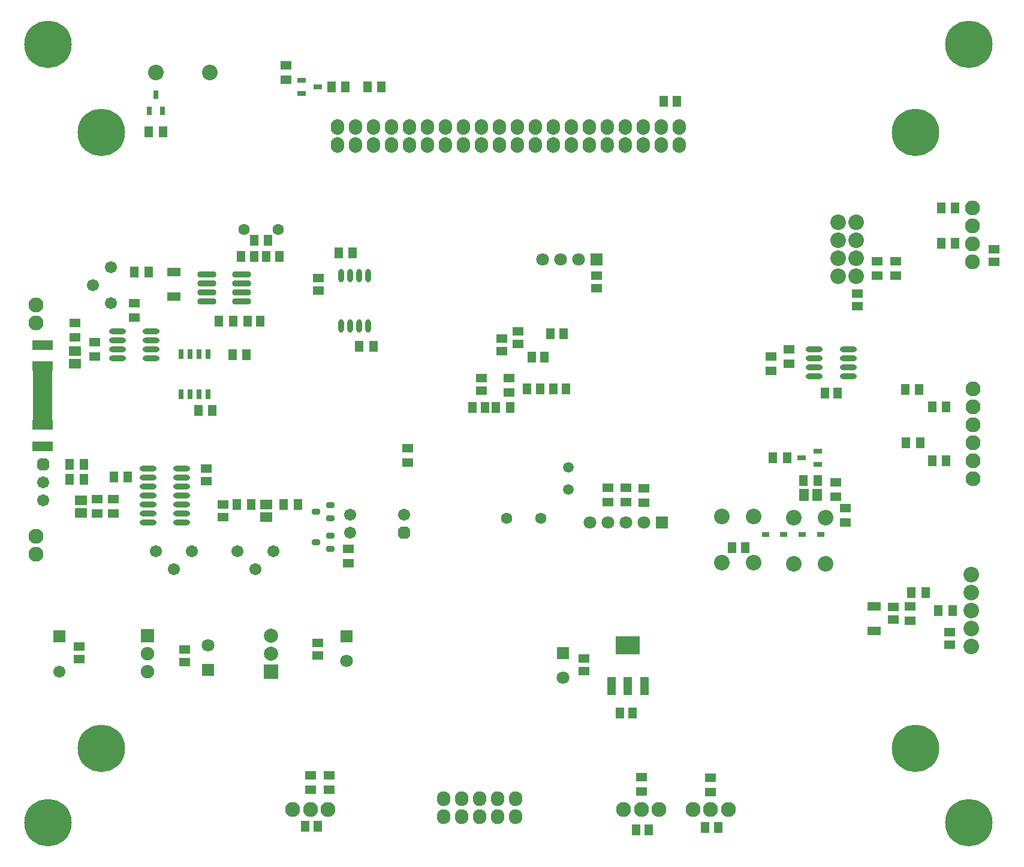
<source format=gts>
%FSLAX24Y24*%
%MOIN*%
G70*
G01*
G75*
G04 Layer_Color=8388736*
%ADD10R,0.0374X0.0551*%
%ADD11R,0.0413X0.0551*%
%ADD12O,0.0866X0.0236*%
%ADD13R,0.0551X0.0374*%
%ADD14R,0.0394X0.0236*%
%ADD15R,0.1299X0.0945*%
%ADD16R,0.0394X0.0945*%
%ADD17R,0.0551X0.0413*%
%ADD18R,0.0236X0.0492*%
%ADD19R,0.0689X0.0394*%
%ADD20O,0.0984X0.0276*%
%ADD21R,0.1063X0.0453*%
%ADD22R,0.0571X0.0453*%
%ADD23R,0.0354X0.0197*%
%ADD24R,0.0453X0.0571*%
%ADD25O,0.0236X0.0669*%
G04:AMPARAMS|DCode=26|XSize=25.6mil|YSize=39.4mil|CornerRadius=6.4mil|HoleSize=0mil|Usage=FLASHONLY|Rotation=90.000|XOffset=0mil|YOffset=0mil|HoleType=Round|Shape=RoundedRectangle|*
%AMROUNDEDRECTD26*
21,1,0.0256,0.0266,0,0,90.0*
21,1,0.0128,0.0394,0,0,90.0*
1,1,0.0128,0.0133,0.0064*
1,1,0.0128,0.0133,-0.0064*
1,1,0.0128,-0.0133,-0.0064*
1,1,0.0128,-0.0133,0.0064*
%
%ADD26ROUNDEDRECTD26*%
%ADD27R,0.0236X0.0394*%
%ADD28C,0.0197*%
%ADD29C,0.0394*%
%ADD30C,0.0118*%
%ADD31C,0.0157*%
%ADD32C,0.0295*%
%ADD33C,0.0984*%
%ADD34C,0.2559*%
%ADD35C,0.0630*%
%ADD36R,0.0630X0.0630*%
%ADD37C,0.0787*%
%ADD38C,0.0512*%
%ADD39O,0.0669X0.0787*%
%ADD40O,0.0669X0.0748*%
%ADD41C,0.0748*%
%ADD42R,0.0630X0.0630*%
%ADD43C,0.0591*%
%ADD44R,0.0669X0.0669*%
%ADD45C,0.0669*%
%ADD46R,0.0709X0.0709*%
%ADD47C,0.0709*%
%ADD48R,0.0591X0.0591*%
G04:AMPARAMS|DCode=49|XSize=59.1mil|YSize=59.1mil|CornerRadius=0mil|HoleSize=0mil|Usage=FLASHONLY|Rotation=180.000|XOffset=0mil|YOffset=0mil|HoleType=Round|Shape=Octagon|*
%AMOCTAGOND49*
4,1,8,-0.0295,0.0148,-0.0295,-0.0148,-0.0148,-0.0295,0.0148,-0.0295,0.0295,-0.0148,0.0295,0.0148,0.0148,0.0295,-0.0148,0.0295,-0.0295,0.0148,0.0*
%
%ADD49OCTAGOND49*%

%ADD50C,0.0551*%
%ADD51C,0.0500*%
G04:AMPARAMS|DCode=52|XSize=40mil|YSize=60mil|CornerRadius=10mil|HoleSize=0mil|Usage=FLASHONLY|Rotation=180.000|XOffset=0mil|YOffset=0mil|HoleType=Round|Shape=RoundedRectangle|*
%AMROUNDEDRECTD52*
21,1,0.0400,0.0400,0,0,180.0*
21,1,0.0200,0.0600,0,0,180.0*
1,1,0.0200,-0.0100,0.0200*
1,1,0.0200,0.0100,0.0200*
1,1,0.0200,0.0100,-0.0200*
1,1,0.0200,-0.0100,-0.0200*
%
%ADD52ROUNDEDRECTD52*%
%ADD53O,0.0709X0.0118*%
%ADD54O,0.0118X0.0709*%
%ADD55C,0.0098*%
%ADD56C,0.0079*%
%ADD57C,0.0039*%
%ADD58C,0.0236*%
%ADD59C,0.0040*%
%ADD60C,0.0050*%
%ADD61C,0.0100*%
%ADD62R,0.0630X0.0217*%
%ADD63R,0.0454X0.0631*%
%ADD64R,0.0493X0.0631*%
%ADD65O,0.0946X0.0316*%
%ADD66R,0.0631X0.0454*%
%ADD67R,0.0474X0.0316*%
%ADD68R,0.1379X0.1025*%
%ADD69R,0.0474X0.1025*%
%ADD70R,0.0631X0.0493*%
%ADD71R,0.0316X0.0572*%
%ADD72R,0.0769X0.0474*%
%ADD73O,0.1064X0.0356*%
%ADD74R,0.1143X0.0533*%
%ADD75R,0.0651X0.0533*%
%ADD76R,0.0434X0.0277*%
%ADD77R,0.0533X0.0651*%
%ADD78O,0.0316X0.0749*%
G04:AMPARAMS|DCode=79|XSize=33.6mil|YSize=47.4mil|CornerRadius=10.4mil|HoleSize=0mil|Usage=FLASHONLY|Rotation=90.000|XOffset=0mil|YOffset=0mil|HoleType=Round|Shape=RoundedRectangle|*
%AMROUNDEDRECTD79*
21,1,0.0336,0.0266,0,0,90.0*
21,1,0.0128,0.0474,0,0,90.0*
1,1,0.0208,0.0133,0.0064*
1,1,0.0208,0.0133,-0.0064*
1,1,0.0208,-0.0133,-0.0064*
1,1,0.0208,-0.0133,0.0064*
%
%ADD79ROUNDEDRECTD79*%
%ADD80R,0.0316X0.0474*%
%ADD81C,0.1063*%
%ADD82C,0.2639*%
%ADD83C,0.0710*%
%ADD84R,0.0710X0.0710*%
%ADD85C,0.0867*%
%ADD86C,0.0592*%
%ADD87O,0.0749X0.0867*%
%ADD88O,0.0749X0.0828*%
%ADD89C,0.0828*%
%ADD90R,0.0710X0.0710*%
%ADD91C,0.0671*%
%ADD92R,0.0749X0.0749*%
%ADD93C,0.0749*%
%ADD94R,0.0789X0.0789*%
%ADD95C,0.0789*%
%ADD96R,0.0671X0.0671*%
G04:AMPARAMS|DCode=97|XSize=67.1mil|YSize=67.1mil|CornerRadius=0mil|HoleSize=0mil|Usage=FLASHONLY|Rotation=180.000|XOffset=0mil|YOffset=0mil|HoleType=Round|Shape=Octagon|*
%AMOCTAGOND97*
4,1,8,-0.0335,0.0168,-0.0335,-0.0168,-0.0168,-0.0335,0.0168,-0.0335,0.0335,-0.0168,0.0335,0.0168,0.0168,0.0335,-0.0168,0.0335,-0.0335,0.0168,0.0*
%
%ADD97OCTAGOND97*%

%ADD98C,0.0631*%
D63*
X30344Y52750D02*
D03*
X29556D02*
D03*
X60244Y35900D02*
D03*
X59456D02*
D03*
X61744Y34950D02*
D03*
X60956D02*
D03*
X61744Y31950D02*
D03*
X60956D02*
D03*
X52894Y32100D02*
D03*
X52106D02*
D03*
X62244Y46000D02*
D03*
X61456D02*
D03*
X62244Y44050D02*
D03*
X61456D02*
D03*
X28344Y52750D02*
D03*
X27556D02*
D03*
X60594Y24600D02*
D03*
X59806D02*
D03*
X62094Y23600D02*
D03*
X61306D02*
D03*
X24906Y29500D02*
D03*
X25694D02*
D03*
X22306D02*
D03*
X23094D02*
D03*
X23256Y44200D02*
D03*
X24044D02*
D03*
X17394Y42450D02*
D03*
X16606D02*
D03*
X13006Y31750D02*
D03*
X13794D02*
D03*
X15456Y31050D02*
D03*
X16244D02*
D03*
X22094Y39700D02*
D03*
X21306D02*
D03*
X22844Y37850D02*
D03*
X22056D02*
D03*
X20944Y34750D02*
D03*
X20156D02*
D03*
X53806Y30850D02*
D03*
X54594D02*
D03*
X29894Y38300D02*
D03*
X29106D02*
D03*
X27956Y43500D02*
D03*
X28744D02*
D03*
X17406Y50250D02*
D03*
X18194D02*
D03*
X13006Y30900D02*
D03*
X13794D02*
D03*
X37494Y34900D02*
D03*
X36706D02*
D03*
X60294Y32950D02*
D03*
X59506D02*
D03*
D64*
X50554Y27100D02*
D03*
X49846D02*
D03*
X38446Y35950D02*
D03*
X39154D02*
D03*
X40604D02*
D03*
X39896D02*
D03*
X46046Y51950D02*
D03*
X46754D02*
D03*
X23946Y43300D02*
D03*
X24654D02*
D03*
X23254D02*
D03*
X22546D02*
D03*
X22896Y39700D02*
D03*
X23604D02*
D03*
X44304Y17900D02*
D03*
X43596D02*
D03*
X49054Y11550D02*
D03*
X48346D02*
D03*
X26804Y11600D02*
D03*
X26096D02*
D03*
X45204Y11400D02*
D03*
X44496D02*
D03*
X55704Y35700D02*
D03*
X54996D02*
D03*
X35396Y34900D02*
D03*
X36104D02*
D03*
X38696Y37700D02*
D03*
X39404D02*
D03*
X39746Y39000D02*
D03*
X40454D02*
D03*
D65*
X56295Y36650D02*
D03*
Y37150D02*
D03*
Y37650D02*
D03*
Y38150D02*
D03*
X54405Y36650D02*
D03*
Y37150D02*
D03*
Y37650D02*
D03*
Y38150D02*
D03*
X19245Y28500D02*
D03*
Y29000D02*
D03*
Y29500D02*
D03*
Y30000D02*
D03*
Y30500D02*
D03*
Y31000D02*
D03*
Y31500D02*
D03*
X17355Y28500D02*
D03*
Y29000D02*
D03*
Y29500D02*
D03*
Y30000D02*
D03*
Y30500D02*
D03*
Y31000D02*
D03*
Y31500D02*
D03*
X15655Y39150D02*
D03*
Y38650D02*
D03*
Y38150D02*
D03*
Y37650D02*
D03*
X17545Y39150D02*
D03*
Y38650D02*
D03*
Y38150D02*
D03*
Y37650D02*
D03*
D66*
X55600Y30744D02*
D03*
Y29956D02*
D03*
X44800Y13556D02*
D03*
Y14344D02*
D03*
X48650Y13506D02*
D03*
Y14294D02*
D03*
X16600Y39906D02*
D03*
Y40694D02*
D03*
X14550Y29794D02*
D03*
Y29006D02*
D03*
X13300Y38806D02*
D03*
Y39594D02*
D03*
X14400Y38544D02*
D03*
Y37756D02*
D03*
X26400Y13656D02*
D03*
Y14444D02*
D03*
X27450Y13656D02*
D03*
Y14444D02*
D03*
X53000Y37356D02*
D03*
Y38144D02*
D03*
X52000Y36956D02*
D03*
Y37744D02*
D03*
X59750Y23844D02*
D03*
Y23056D02*
D03*
X56150Y29294D02*
D03*
Y28506D02*
D03*
X42950Y30444D02*
D03*
Y29656D02*
D03*
X43950Y30444D02*
D03*
Y29656D02*
D03*
X44950Y30394D02*
D03*
Y29606D02*
D03*
X57900Y42256D02*
D03*
Y43044D02*
D03*
X58950Y42256D02*
D03*
Y43044D02*
D03*
X28500Y26256D02*
D03*
Y27044D02*
D03*
X15450Y29794D02*
D03*
Y29006D02*
D03*
X37450Y35756D02*
D03*
Y36544D02*
D03*
X25050Y53156D02*
D03*
Y53944D02*
D03*
X31800Y31856D02*
D03*
Y32644D02*
D03*
D67*
X53697Y32100D02*
D03*
X54603Y32474D02*
D03*
Y31726D02*
D03*
X26803Y52750D02*
D03*
X25897Y52376D02*
D03*
Y53124D02*
D03*
D68*
X44050Y21692D02*
D03*
D69*
X44956Y19408D02*
D03*
X44050D02*
D03*
X43144D02*
D03*
D70*
X13550Y21604D02*
D03*
Y20896D02*
D03*
X19400Y20746D02*
D03*
Y21454D02*
D03*
X26800Y21804D02*
D03*
Y21096D02*
D03*
X20600Y30796D02*
D03*
Y31504D02*
D03*
X41600Y20954D02*
D03*
Y20246D02*
D03*
X58800Y23096D02*
D03*
Y23804D02*
D03*
X61950Y21696D02*
D03*
Y22404D02*
D03*
X26850Y42104D02*
D03*
Y41396D02*
D03*
X56800Y41254D02*
D03*
Y40546D02*
D03*
X21550Y29504D02*
D03*
Y28796D02*
D03*
X35900Y35846D02*
D03*
Y36554D02*
D03*
X37050Y38046D02*
D03*
Y38754D02*
D03*
X37950Y38446D02*
D03*
Y39154D02*
D03*
X42300Y41546D02*
D03*
Y42254D02*
D03*
X64400Y43704D02*
D03*
Y42996D02*
D03*
D71*
X20700Y37872D02*
D03*
X20200D02*
D03*
X19700D02*
D03*
X19200D02*
D03*
Y35628D02*
D03*
X19700D02*
D03*
X20200D02*
D03*
X20700D02*
D03*
D72*
X18800Y41061D02*
D03*
Y42439D02*
D03*
X57750Y22461D02*
D03*
Y23839D02*
D03*
D73*
X22565Y40800D02*
D03*
Y41300D02*
D03*
Y41800D02*
D03*
Y42300D02*
D03*
X20635Y40800D02*
D03*
Y41300D02*
D03*
Y41800D02*
D03*
Y42300D02*
D03*
D74*
X11500Y33941D02*
D03*
Y32759D02*
D03*
Y37209D02*
D03*
Y38391D02*
D03*
D75*
X23950Y28796D02*
D03*
Y29504D02*
D03*
X13650Y29046D02*
D03*
Y29754D02*
D03*
X13300Y37346D02*
D03*
Y38054D02*
D03*
D76*
X51688Y27850D02*
D03*
X52712D02*
D03*
X54762D02*
D03*
X53738D02*
D03*
D77*
X53846Y30050D02*
D03*
X54554D02*
D03*
D78*
X28100Y39443D02*
D03*
X28600D02*
D03*
X29100D02*
D03*
X29600D02*
D03*
X28100Y42257D02*
D03*
X28600D02*
D03*
X29100D02*
D03*
X29600D02*
D03*
D79*
X27494Y28726D02*
D03*
Y29474D02*
D03*
X26706Y29100D02*
D03*
X27494Y27026D02*
D03*
Y27774D02*
D03*
X26706Y27400D02*
D03*
D80*
X17800Y52303D02*
D03*
X18174Y51397D02*
D03*
X17426D02*
D03*
D81*
X11500Y34250D02*
Y34950D01*
Y35575D01*
Y36250D01*
Y36900D01*
D82*
X60039Y50197D02*
D03*
X14764Y15945D02*
D03*
Y50197D02*
D03*
X60039Y15945D02*
D03*
X11811Y11811D02*
D03*
X62992D02*
D03*
X11811Y55118D02*
D03*
X62992D02*
D03*
D83*
X39300Y43150D02*
D03*
X40300D02*
D03*
X41300D02*
D03*
X20700Y21689D02*
D03*
X40450Y19861D02*
D03*
X28400Y20811D02*
D03*
X44950Y28500D02*
D03*
X43950D02*
D03*
X42950D02*
D03*
X41950D02*
D03*
D84*
X42300Y43150D02*
D03*
X45950Y28500D02*
D03*
D85*
X17804Y53550D02*
D03*
X20796D02*
D03*
X56750Y45200D02*
D03*
X55750D02*
D03*
X56750Y44200D02*
D03*
X55750D02*
D03*
X56750Y43200D02*
D03*
X55750D02*
D03*
Y42200D02*
D03*
X56750D02*
D03*
X51036Y28830D02*
D03*
X49264D02*
D03*
Y26270D02*
D03*
X51036D02*
D03*
X55036Y28780D02*
D03*
X53264D02*
D03*
Y26220D02*
D03*
X55036D02*
D03*
X63150Y25600D02*
D03*
Y24600D02*
D03*
Y23600D02*
D03*
Y22600D02*
D03*
Y21600D02*
D03*
D86*
X40750Y31560D02*
D03*
Y30340D02*
D03*
D87*
X31902Y49500D02*
D03*
Y50500D02*
D03*
X32902Y49500D02*
D03*
Y50500D02*
D03*
X33902Y49500D02*
D03*
Y50500D02*
D03*
X46902D02*
D03*
Y49500D02*
D03*
X45902Y50500D02*
D03*
Y49500D02*
D03*
X44902Y50500D02*
D03*
Y49500D02*
D03*
X43902D02*
D03*
Y50500D02*
D03*
X42902Y49500D02*
D03*
Y50500D02*
D03*
X41902Y49500D02*
D03*
Y50500D02*
D03*
X40902Y49500D02*
D03*
Y50500D02*
D03*
X39902Y49500D02*
D03*
Y50500D02*
D03*
X38902Y49500D02*
D03*
Y50500D02*
D03*
X37902Y49500D02*
D03*
Y50500D02*
D03*
X36902D02*
D03*
Y49500D02*
D03*
X35902Y50500D02*
D03*
Y49500D02*
D03*
X34902Y50500D02*
D03*
Y49500D02*
D03*
X30902Y50500D02*
D03*
Y49500D02*
D03*
X29902Y50500D02*
D03*
Y49500D02*
D03*
X28902Y50500D02*
D03*
Y49500D02*
D03*
X27902Y50500D02*
D03*
Y49500D02*
D03*
D88*
X33800Y12150D02*
D03*
Y13150D02*
D03*
X34800Y12150D02*
D03*
Y13150D02*
D03*
X35800Y12150D02*
D03*
Y13150D02*
D03*
X36800D02*
D03*
Y12150D02*
D03*
X37800Y13150D02*
D03*
Y12150D02*
D03*
D89*
X63250Y30950D02*
D03*
Y31950D02*
D03*
Y32950D02*
D03*
Y33950D02*
D03*
Y34950D02*
D03*
Y35950D02*
D03*
X11151Y26750D02*
D03*
X11149Y27750D02*
D03*
Y40600D02*
D03*
X11151Y39600D02*
D03*
X47666Y12550D02*
D03*
X48650D02*
D03*
X49634D02*
D03*
X43816D02*
D03*
X44800D02*
D03*
X45784D02*
D03*
X25416D02*
D03*
X26400D02*
D03*
X27384D02*
D03*
X63200Y43000D02*
D03*
Y44000D02*
D03*
Y45000D02*
D03*
Y46000D02*
D03*
D90*
X20700Y20311D02*
D03*
X40450Y21239D02*
D03*
X28400Y22189D02*
D03*
D91*
X19800Y26900D02*
D03*
X18800Y25900D02*
D03*
X17800Y26900D02*
D03*
X24350D02*
D03*
X23350Y25900D02*
D03*
X22350Y26900D02*
D03*
X12450Y20216D02*
D03*
X15300Y40700D02*
D03*
X14300Y41700D02*
D03*
X15300Y42700D02*
D03*
X11550Y29750D02*
D03*
Y30750D02*
D03*
X28600Y27950D02*
D03*
Y28950D02*
D03*
X31600D02*
D03*
D92*
X17350Y22200D02*
D03*
D93*
Y21200D02*
D03*
Y20200D02*
D03*
D94*
X24200Y20200D02*
D03*
D95*
Y21200D02*
D03*
Y22200D02*
D03*
D96*
X12450Y22184D02*
D03*
D97*
X11550Y31750D02*
D03*
X31600Y27950D02*
D03*
D98*
X22689Y44800D02*
D03*
X24611D02*
D03*
X39211Y28750D02*
D03*
X37289D02*
D03*
M02*

</source>
